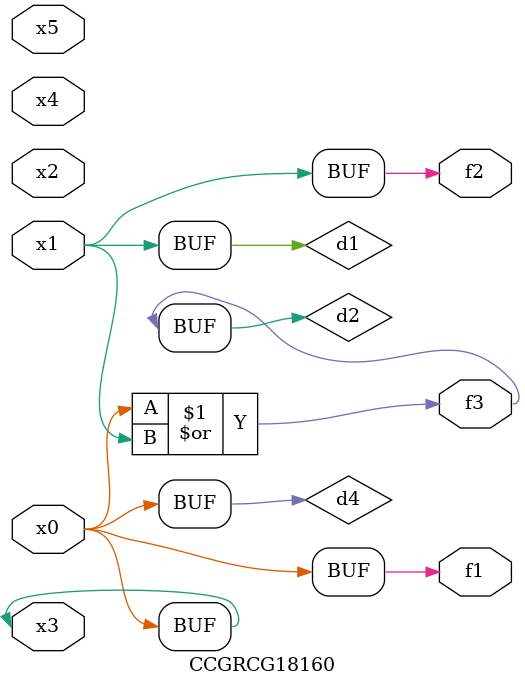
<source format=v>
module CCGRCG18160(
	input x0, x1, x2, x3, x4, x5,
	output f1, f2, f3
);

	wire d1, d2, d3, d4;

	and (d1, x1);
	or (d2, x0, x1);
	nand (d3, x0, x5);
	buf (d4, x0, x3);
	assign f1 = d4;
	assign f2 = d1;
	assign f3 = d2;
endmodule

</source>
